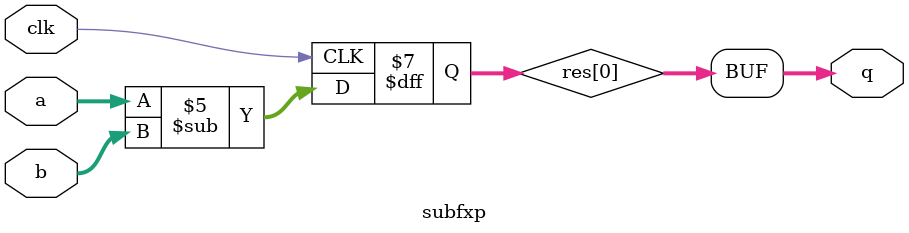
<source format=v>
module multfix(clk, rst, a, b, q_sc, q_unsc);
   parameter WIDTH=35, CYCLES=6;

   input signed [WIDTH-1:0]    a,b;
   output [WIDTH-1:0]          q_sc;
   output [WIDTH-1:0]              q_unsc;

   input                       clk, rst;

   reg signed [2*WIDTH-1:0]    q[CYCLES-1:0];
   wire signed [2*WIDTH-1:0]   res;
   integer                     i;

   assign                      res = q[CYCLES-1];

   assign                      q_unsc = res[WIDTH-1:0];
   assign                      q_sc = {res[2*WIDTH-1], res[2*WIDTH-4:WIDTH-2]};

   always @(posedge clk) begin
      q[0] <= a * b;
      for (i = 1; i < CYCLES; i=i+1) begin
         q[i] <= q[i-1];
      end
   end

endmodule

module addfxp(a, b, q, clk);

   parameter width = 16, cycles=1;

   input signed [width-1:0]  a, b;
   input                     clk;
   output signed [width-1:0] q;
   reg signed [width-1:0]    res[cycles-1:0];

   assign                    q = res[cycles-1];

   integer                   i;

   always @(posedge clk) begin
     res[0] <= a+b;
      for (i=1; i < cycles; i = i+1)
        res[i] <= res[i-1];

   end

endmodule

module subfxp(a, b, q, clk);

   parameter width = 16, cycles=1;

   input signed [width-1:0]  a, b;
   input                     clk;
   output signed [width-1:0] q;
   reg signed [width-1:0]    res[cycles-1:0];

   assign                    q = res[cycles-1];

   integer                   i;

   always @(posedge clk) begin
     res[0] <= a-b;
      for (i=1; i < cycles; i = i+1)
        res[i] <= res[i-1];

   end

endmodule

</source>
